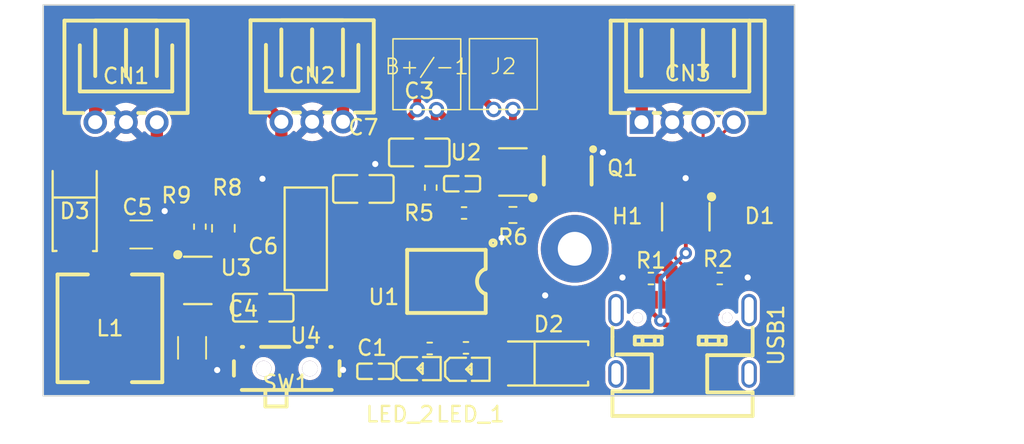
<source format=kicad_pcb>
(kicad_pcb (version 20240108) (generator "pcbnew") (generator_version "8.0")
  (layers (0 "F.Cu" signal) (31 "B.Cu" signal) (34 "B.Paste" user) (35 "F.Paste" user) (36 "B.SilkS" user "B.Silkscreen") (37 "F.SilkS" user "F.Silkscreen") (38 "B.Mask" user) (39 "F.Mask" user) (44 "Edge.Cuts" user))
  (net 0 "")
  (net 1 "GND")
  (net 2 "/VBATT")
  (net 3 "Net-(D2-K)")
  (net 4 "+5V")
  (net 5 "Net-(USB1-CC1)")
  (net 6 "Net-(USB1-CC2)")
  (net 9 "+3.3V")
  (net 10 "Data_+")
  (net 11 "Data_-")
  (net 12 "Net-(D1-VBUS)")
  (net 13 "Net-(D3-A)")
  (net 14 "Net-(LED_1-K)")
  (net 15 "Net-(U1-BAT)")
  (net 16 "Net-(Q1-G1)")
  (net 18 "Net-(Q1-G2)")
  (net 20 "Net-(U1-~{CHRG})")
  (net 21 "Net-(U1-~{STDBY})")
  (net 22 "Net-(U1-PROG)")
  (net 23 "Net-(U2-VM)")
  (net 24 "Net-(U3-FB)")
  (net 29 "Net-(U2-VCC)")
  (net 30 "Net-(Q1-S2)")
  (net 31 "Net-(LED_2-K)")
  (footprint "global:CONN-TH_PH-3AW" (layer "F.Cu") (at 145.430909 92.750547 180)
    (property "Reference" "CN2" (at 0 3 0) (layer "F.SilkS"))
    (property "Value" "PH-3AW_C722773")
    (pad "1" thru_hole circle (at 2 0) (size 1.52 1.52) (drill 0.9144) (layers "*.Cu" "*.Mask") (net 9 "+3.3V"))
    (pad "2" thru_hole circle (at 0 0) (size 1.52 1.52) (drill 0.9144) (layers "*.Cu" "*.Mask") (net 1 "GND"))
    (pad "3" thru_hole circle (at -2 0) (size 1.52 1.52) (drill 0.9144) (layers "*.Cu" "*.Mask") (net 4 "+5V"))
  )
  (footprint "global:C0402" (layer "F.Cu") (at 149.532 108.966 180)
    (property "Reference" "C1" (at 0.212 1.524 180) (layer "F.SilkS"))
    (property "Value" "100nF")
    (pad "1" smd rect (at -0.55 0 180) (size 0.79 0.54) (layers "F.Cu" "F.Paste" "F.Mask") (net 3 "Net-(D2-K)"))
    (pad "2" smd rect (at 0.55 0 180) (size 0.79 0.54) (layers "F.Cu" "F.Paste" "F.Mask") (net 1 "GND"))
  )
  (footprint "Capacitor_SMD:C_1206_3216Metric" (layer "F.Cu") (at 134.334 100.076 180)
    (property "Reference" "C5" (at 0.254 1.778 180) (layer "F.SilkS"))
    (property "Value" "22uF")
    (pad "1" smd roundrect (at -1.475 0 180) (size 1.15 1.8) (layers "F.Cu" "F.Paste" "F.Mask") (roundrect_rratio 0.217391) (net 1 "GND"))
    (pad "2" smd roundrect (at 1.475 0 180) (size 1.15 1.8) (layers "F.Cu" "F.Paste" "F.Mask") (roundrect_rratio 0.217391) (net 4 "+5V"))
  )
  (footprint "MountingHole:MountingHole_2.2mm_M2_Pad_TopBottom" (layer "F.Cu") (at 162.476 101.004)
    (property "Reference" "H1" (at 3.41 -2.11 0) (layer "F.SilkS"))
    (property "Value" "MountingHole")
    (pad "1" thru_hole circle (at 0 0) (size 2.6 2.6) (drill 2.2) (layers "*.Cu" "*.Mask"))
    (pad "1" connect circle (at 0 0) (size 4.4 4.4) (layers "F.Cu" "F.Mask"))
    (pad "1" connect circle (at 0 0) (size 4.4 4.4) (layers "B.Cu" "B.Mask"))
  )
  (footprint "global:USB-C-SMD_TYPE-C-16P-1" (layer "F.Cu") (at 169.47488 106.72738)
    (property "Reference" "USB1" (at 6.073038 -0.11232 90) (layer "F.SilkS"))
    (property "Value" "USB-C Connector")
    (pad "" thru_hole circle (at -2.9 -1.24) (size 0.65 0.65) (drill 0.65) (layers "*.Cu" "*.Mask"))
    (pad "" thru_hole circle (at 2.9 -1.25) (size 0.65 0.65) (drill 0.65) (layers "*.Cu" "*.Mask"))
    (pad "A1B12" smd rect (at -3.2 -2.41) (size 0.6 1.15) (layers "F.Cu" "F.Paste" "F.Mask") (net 1 "GND"))
    (pad "A4B9" smd rect (at -2.4 -2.41) (size 0.6 1.15) (layers "F.Cu" "F.Paste" "F.Mask") (net 12 "Net-(D1-VBUS)"))
    (pad "A5" smd rect (at -1.25 -2.41) (size 0.3 1.15) (layers "F.Cu" "F.Paste" "F.Mask") (net 5 "Net-(USB1-CC1)"))
    (pad "A6" smd rect (at -0.25 -2.41) (size 0.3 1.15) (layers "F.Cu" "F.Paste" "F.Mask") (net 10 "Data_+"))
    (pad "A7" smd rect (at 0.25 -2.41) (size 0.3 1.15) (layers "F.Cu" "F.Paste" "F.Mask") (net 11 "Data_-"))
    (pad "A8" smd rect (at 1.25 -2.41) (size 0.3 1.15) (layers "F.Cu" "F.Paste" "F.Mask"))
    (pad "B1A12" smd rect (at 3.2 -2.41) (size 0.6 1.15) (layers "F.Cu" "F.Paste" "F.Mask") (net 1 "GND"))
    (pad "B4A9" smd rect (at 2.4 -2.41) (size 0.6 1.15) (layers "F.Cu" "F.Paste" "F.Mask") (net 12 "Net-(D1-VBUS)"))
    (pad "B5" smd rect (at 1.75 -2.41) (size 0.3 1.15) (layers "F.Cu" "F.Paste" "F.Mask") (net 6 "Net-(USB1-CC2)"))
    (pad "B6" smd rect (at 0.75 -2.41) (size 0.3 1.15) (layers "F.Cu" "F.Paste" "F.Mask") (net 10 "Data_+"))
    (pad "B7" smd rect (at -0.75 -2.41) (size 0.3 1.15) (layers "F.Cu" "F.Paste" "F.Mask") (net 11 "Data_-"))
    (pad "B8" smd rect (at -1.75 -2.41) (size 0.3 1.15) (layers "F.Cu" "F.Paste" "F.Mask"))
    (pad "EP" thru_hole oval (at -4.32 -1.74) (size 1 2.1) (drill oval 0.599999 1.699997) (layers "*.Cu" "*.Mask"))
    (pad "EP" thru_hole oval (at -4.32 2.41) (size 1 1.8) (drill oval 0.599999 1.399997) (layers "*.Cu" "*.Mask"))
    (pad "EP" thru_hole oval (at 4.32 -1.74) (size 1 2.1) (drill oval 0.599999 1.699997) (layers "*.Cu" "*.Mask"))
    (pad "EP" thru_hole oval (at 4.32 2.41) (size 1 1.8) (drill oval 0.599999 1.399997) (layers "*.Cu" "*.Mask"))
  )
  (footprint "global:IND-SMD_L7.0-W6.8" (layer "F.Cu") (at 132.302 106.172 -90)
    (property "Reference" "L1" (at 0 0 180) (layer "F.SilkS"))
    (property "Value" "22uH Inductor")
    (pad "1" smd rect (at 3.05 0 270) (size 1.9 2.4) (layers "F.Cu" "F.Paste" "F.Mask") (net 2 "/VBATT"))
    (pad "2" smd rect (at -3.05 0 270) (size 1.9 2.4) (layers "F.Cu" "F.Paste" "F.Mask") (net 13 "Net-(D3-A)"))
  )
  (footprint "global:CONN-TH_PH-3AW" (layer "F.Cu") (at 133.35 92.77738 180)
    (property "Reference" "CN1" (at 0 3 0) (layer "F.SilkS"))
    (property "Value" "PH-3AW_C722773")
    (pad "1" thru_hole circle (at 2 0) (size 1.52 1.52) (drill 0.9144) (layers "*.Cu" "*.Mask") (net 9 "+3.3V"))
    (pad "2" thru_hole circle (at 0 0) (size 1.52 1.52) (drill 0.9144) (layers "*.Cu" "*.Mask") (net 1 "GND"))
    (pad "3" thru_hole circle (at -2 0) (size 1.52 1.52) (drill 0.9144) (layers "*.Cu" "*.Mask") (net 4 "+5V"))
  )
  (footprint "global:ESOP-8_L4.9-W3.9-P1.27-LS6.0-BL-EP" (layer "F.Cu") (at 154.146 103.124 180)
    (property "Reference" "U1" (at 4.064 -1.016 180) (layer "F.SilkS"))
    (property "Value" "TP4056")
    (pad "1" smd rect (at -1.91 2.91 180) (size 0.6 1.2) (layers "F.Cu" "F.Paste" "F.Mask") (net 1 "GND"))
    (pad "2" smd rect (at -0.64 2.91 180) (size 0.6 1.2) (layers "F.Cu" "F.Paste" "F.Mask") (net 22 "Net-(U1-PROG)"))
    (pad "3" smd rect (at 0.64 2.91 180) (size 0.6 1.2) (layers "F.Cu" "F.Paste" "F.Mask") (net 1 "GND"))
    (pad "4" smd rect (at 1.91 2.91 180) (size 0.6 1.2) (layers "F.Cu" "F.Paste" "F.Mask") (net 3 "Net-(D2-K)"))
    (pad "5" smd rect (at 1.91 -2.91 180) (size 0.6 1.2) (layers "F.Cu" "F.Paste" "F.Mask") (net 15 "Net-(U1-BAT)"))
    (pad "6" smd rect (at 0.64 -2.91 180) (size 0.6 1.2) (layers "F.Cu" "F.Paste" "F.Mask") (net 21 "Net-(U1-~{STDBY})"))
    (pad "7" smd rect (at -0.64 -2.91 180) (size 0.6 1.2) (layers "F.Cu" "F.Paste" "F.Mask") (net 20 "Net-(U1-~{CHRG})"))
    (pad "8" smd rect (at -1.91 -2.91 180) (size 0.6 1.2) (layers "F.Cu" "F.Paste" "F.Mask") (net 3 "Net-(D2-K)"))
    (pad "9" smd rect (at 0 0) (size 3.3 2.4) (layers "F.Cu" "F.Paste" "F.Mask"))
  )
  (footprint "global:CONN-TH_GH 1x2P 1.25mm" (layer "F.Cu") (at 157.839 89.648)
    (property "Reference" "J2" (at 0 -0.5 0) (layer "F.SilkS") (effects (font (thickness 0.1))))
    (property "Value" "GH-2AW R")
    (pad "1" thru_hole circle (at -0.625 2.3) (size 1 1) (drill 0.6) (layers "*.Cu" "*.Mask") (net 15 "Net-(U1-BAT)"))
    (pad "2" thru_hole circle (at 0.625 2.3) (size 1 1) (drill 0.6) (layers "*.Cu" "*.Mask") (net 30 "Net-(Q1-S2)"))
  )
  (footprint "Resistor_SMD:R_0402_1005Metric" (layer "F.Cu") (at 155.291 98.679)
    (property "Reference" "R5" (at -2.923 0 180) (layer "F.SilkS"))
    (property "Value" "1.2k")
    (pad "1" smd roundrect (at -0.51 0) (size 0.54 0.64) (layers "F.Cu" "F.Paste" "F.Mask") (net 22 "Net-(U1-PROG)"))
    (pad "2" smd roundrect (at 0.51 0) (size 0.54 0.64) (layers "F.Cu" "F.Paste" "F.Mask") (net 1 "GND"))
  )
  (footprint "global:SOT-223-4_L6.5-W3.5-P2.30-LS7.0-BR" (layer "F.Cu") (at 145.016 100.354 180)
    (property "Reference" "U4" (at 0 -6.3 180) (layer "F.SilkS"))
    (property "Value" "LDL1117S33R")
    (pad "1" smd rect (at 2.83 2.3 180) (size 2.47 0.98) (layers "F.Cu" "F.Paste" "F.Mask") (net 1 "GND"))
    (pad "2" smd rect (at 2.83 0 180) (size 2.47 0.98) (layers "F.Cu" "F.Paste" "F.Mask") (net 9 "+3.3V"))
    (pad "3" smd rect (at 2.83 -2.3 180) (size 2.47 0.98) (layers "F.Cu" "F.Paste" "F.Mask") (net 2 "/VBATT"))
    (pad "4" smd rect (at -2.83 0 180) (size 2.47 3.6) (layers "F.Cu" "F.Paste" "F.Mask") (net 9 "+3.3V"))
  )
  (footprint "global:SOT-23-6_L2.9-W1.6-P0.95-LS2.8-BR" (layer "F.Cu") (at 162.02 95.932 90)
    (property "Reference" "Q1" (at 0.174 3.556 180) (layer "F.SilkS"))
    (property "Value" "FS8205A")
    (pad "1" smd rect (at 1.35 0.95 90) (size 1.1 0.6) (layers "F.Cu" "F.Paste" "F.Mask") (net 1 "GND"))
    (pad "2" smd rect (at 1.35 0 90) (size 1.1 0.6) (layers "F.Cu" "F.Paste" "F.Mask"))
    (pad "3" smd rect (at 1.35 -0.95 90) (size 1.1 0.6) (layers "F.Cu" "F.Paste" "F.Mask") (net 30 "Net-(Q1-S2)"))
    (pad "4" smd rect (at -1.35 -0.95 90) (size 1.1 0.6) (layers "F.Cu" "F.Paste" "F.Mask") (net 18 "Net-(Q1-G2)"))
    (pad "5" smd rect (at -1.35 0 90) (size 1.1 0.6) (layers "F.Cu" "F.Paste" "F.Mask"))
    (pad "6" smd rect (at -1.35 0.95 90) (size 1.1 0.6) (layers "F.Cu" "F.Paste" "F.Mask") (net 16 "Net-(Q1-G1)"))
  )
  (footprint "global:CONN-TH_PH-4AW_C722777" (layer "F.Cu") (at 169.80988 92.77738 180)
    (property "Reference" "CN3" (at 0 3.175 0) (layer "F.SilkS"))
    (property "Value" "PH-4AW_C722777")
    (pad "1" thru_hole rect (at 3 0) (size 1.52 1.52) (drill 0.9144) (layers "*.Cu" "*.Mask") (net 9 "+3.3V"))
    (pad "2" thru_hole circle (at 1 0) (size 1.52 1.52) (drill 0.9144) (layers "*.Cu" "*.Mask") (net 1 "GND"))
    (pad "3" thru_hole circle (at -1 0) (size 1.52 1.52) (drill 0.9144) (layers "*.Cu" "*.Mask") (net 11 "Data_-"))
    (pad "4" thru_hole circle (at -3 0) (size 1.52 1.52) (drill 0.9144) (layers "*.Cu" "*.Mask") (net 10 "Data_+"))
  )
  (footprint "Capacitor_SMD:C_1206_3216Metric" (layer "F.Cu") (at 137.636 107.442 90)
    (property "Reference" "C4" (at 2.54 3.302 0) (layer "F.SilkS"))
    (property "Value" "22uF")
    (pad "1" smd roundrect (at -1.475 0 90) (size 1.15 1.8) (layers "F.Cu" "F.Paste" "F.Mask") (roundrect_rratio 0.217391) (net 1 "GND"))
    (pad "2" smd roundrect (at 1.475 0 90) (size 1.15 1.8) (layers "F.Cu" "F.Paste" "F.Mask") (roundrect_rratio 0.217391) (net 2 "/VBATT"))
  )
  (footprint "global:C0805" (layer "F.Cu") (at 148.756 97.114)
    (property "Reference" "C7" (at 0 -4 0) (layer "F.SilkS"))
    (property "Value" "4.7uF")
    (pad "1" smd rect (at -1 0) (size 1.41 1.35) (layers "F.Cu" "F.Paste" "F.Mask") (net 9 "+3.3V"))
    (pad "2" smd rect (at 1 0) (size 1.41 1.35) (layers "F.Cu" "F.Paste" "F.Mask") (net 1 "GND"))
  )
  (footprint "global:C0402" (layer "F.Cu") (at 155.162 96.774 180)
    (property "Reference" "C2" (hide yes))
    (property "Value" "100nF")
    (pad "1" smd rect (at -0.55 0 180) (size 0.79 0.54) (layers "F.Cu" "F.Paste" "F.Mask") (net 30 "Net-(Q1-S2)"))
    (pad "2" smd rect (at 0.55 0 180) (size 0.79 0.54) (layers "F.Cu" "F.Paste" "F.Mask") (net 29 "Net-(U2-VCC)"))
  )
  (footprint "global:SOT-23-6_L2.9-W1.6-P0.95-LS2.8-BL" (layer "F.Cu") (at 138.01 103.058 -90)
    (property "Reference" "U3" (at -0.824 -2.476 180) (layer "F.SilkS"))
    (property "Value" "MT3608")
    (pad "1" smd rect (at -0.95 1.15 270) (size 0.53 1.07) (layers "F.Cu" "F.Paste" "F.Mask") (net 13 "Net-(D3-A)"))
    (pad "2" smd rect (at 0 1.15 270) (size 0.53 1.07) (layers "F.Cu" "F.Paste" "F.Mask") (net 1 "GND"))
    (pad "3" smd rect (at 0.95 1.15 270) (size 0.53 1.07) (layers "F.Cu" "F.Paste" "F.Mask") (net 24 "Net-(U3-FB)"))
    (pad "4" smd rect (at 0.95 -1.15 270) (size 0.53 1.07) (layers "F.Cu" "F.Paste" "F.Mask") (net 2 "/VBATT"))
    (pad "5" smd rect (at 0 -1.15 270) (size 0.53 1.07) (layers "F.Cu" "F.Paste" "F.Mask") (net 2 "/VBATT"))
    (pad "6" smd rect (at -0.95 -1.15 270) (size 0.53 1.07) (layers "F.Cu" "F.Paste" "F.Mask"))
  )
  (footprint "global:LED0603-RD_RED" (layer "F.Cu") (at 152.384819 108.802101)
    (property "Reference" "LED_2" (at -1.254819 2.957899 180) (layer "F.SilkS"))
    (property "Value" "RED")
    (pad "1" smd rect (at -0.8 0 90) (size 0.8 0.8) (layers "F.Cu" "F.Paste" "F.Mask") (net 31 "Net-(LED_2-K)"))
    (pad "2" smd rect (at 0.8 0 90) (size 0.8 0.8) (layers "F.Cu" "F.Paste" "F.Mask") (net 3 "Net-(D2-K)"))
  )
  (footprint "Resistor_SMD:R_0402_1005Metric" (layer "F.Cu") (at 138.144 99.568 90)
    (property "Reference" "R9" (at 2.032 -1.524 180) (layer "F.SilkS"))
    (property "Value" "15k")
    (pad "1" smd roundrect (at -0.51 0 90) (size 0.54 0.64) (layers "F.Cu" "F.Paste" "F.Mask") (net 24 "Net-(U3-FB)"))
    (pad "2" smd roundrect (at 0.51 0 90) (size 0.54 0.64) (layers "F.Cu" "F.Paste" "F.Mask") (net 1 "GND"))
  )
  (footprint "global:SOT-23-6_L2.9-W1.6-P0.95-LS2.8-BL" (layer "F.Cu") (at 169.686 98.924 180)
    (property "Reference" "D1" (at -4.79 0.05 0) (layer "F.SilkS"))
    (property "Value" "USBLC6-2SC6_C2827654")
    (pad "1" smd rect (at -0.95 1.15 180) (size 0.53 1.07) (layers "F.Cu" "F.Paste" "F.Mask") (net 10 "Data_+"))
    (pad "2" smd rect (at 0 1.15 180) (size 0.53 1.07) (layers "F.Cu" "F.Paste" "F.Mask") (net 1 "GND"))
    (pad "3" smd rect (at 0.95 1.15 180) (size 0.53 1.07) (layers "F.Cu" "F.Paste" "F.Mask") (net 11 "Data_-"))
    (pad "4" smd rect (at 0.95 -1.15 180) (size 0.53 1.07) (layers "F.Cu" "F.Paste" "F.Mask") (net 11 "Data_-"))
    (pad "5" smd rect (at 0 -1.15 180) (size 0.53 1.07) (layers "F.Cu" "F.Paste" "F.Mask") (net 12 "Net-(D1-VBUS)"))
    (pad "6" smd rect (at -0.95 -1.15 180) (size 0.53 1.07) (layers "F.Cu" "F.Paste" "F.Mask") (net 10 "Data_+"))
  )
  (footprint "global:SW-SMD_SS-1290" (layer "F.Cu") (at 143.782112 108.458 180)
    (property "Reference" "SW1" (at 0.050112 -1.27 180) (layer "F.SilkS"))
    (property "Value" "On/Off Switch")
    (pad "" thru_hole circle (at -1.5 -0.33 180) (size 1 1) (drill 1) (layers "*.Cu" "*.Mask"))
    (pad "" thru_hole circle (at 1.5 -0.33 180) (size 1 1) (drill 1) (layers "*.Cu" "*.Mask"))
    (pad "1" smd rect (at -2.25 1.42 180) (size 0.7 1.8) (layers "F.Cu" "F.Paste" "F.Mask"))
    (pad "2" smd rect (at -0.75 1.42 180) (size 0.7 1.8) (layers "F.Cu" "F.Paste" "F.Mask") (net 15 "Net-(U1-BAT)"))
    (pad "3" smd rect (at 2.25 1.42 180) (size 0.7 1.8) (layers "F.Cu" "F.Paste" "F.Mask") (net 2 "/VBATT"))
    (pad "4" smd rect (at -3.65 0.77 270) (size 0.8 1) (layers "F.Cu" "F.Paste" "F.Mask") (net 1 "GND"))
    (pad "5" smd rect (at -3.65 -1.42 270) (size 0.8 1) (layers "F.Cu" "F.Paste" "F.Mask") (net 1 "GND"))
    (pad "6" smd rect (at 3.65 0.77 270) (size 0.8 1) (layers "F.Cu" "F.Paste" "F.Mask") (net 1 "GND"))
    (pad "7" smd rect (at 3.65 -1.42 270) (size 0.8 1) (layers "F.Cu" "F.Paste" "F.Mask") (net 1 "GND"))
  )
  (footprint "global:SMA_L4.3-W2.6-LS5.2-RD" (layer "F.Cu") (at 130.016 98.552 -90)
    (property "Reference" "D3" (at 0 0 180) (layer "F.SilkS"))
    (property "Value" "Schottkey Diode")
    (pad "1" smd rect (at -2.2 0 90) (size 2 2) (layers "F.Cu" "F.Paste" "F.Mask") (net 4 "+5V"))
    (pad "2" smd rect (at 2.2 0 90) (size 2 2) (layers "F.Cu" "F.Paste" "F.Mask") (net 13 "Net-(D3-A)"))
  )
  (footprint "Resistor_SMD:R_0402_1005Metric" (layer "F.Cu") (at 167.41988 102.93738)
    (property "Reference" "R1" (at 0 -1.17 0) (layer "F.SilkS"))
    (property "Value" "5.1k")
    (pad "1" smd roundrect (at -0.51 0) (size 0.54 0.64) (layers "F.Cu" "F.Paste" "F.Mask") (net 1 "GND"))
    (pad "2" smd roundrect (at 0.51 0) (size 0.54 0.64) (layers "F.Cu" "F.Paste" "F.Mask") (net 5 "Net-(USB1-CC1)"))
  )
  (footprint "global:SMA_L4.3-W2.6-LS5.2-RD" (layer "F.Cu") (at 160.75 108.458)
    (property "Reference" "D2" (at 0.035036 -2.548526 0) (layer "F.SilkS"))
    (property "Value" "Schottkey Diode")
    (pad "1" smd rect (at -2.2 0 180) (size 2 2) (layers "F.Cu" "F.Paste" "F.Mask") (net 3 "Net-(D2-K)"))
    (pad "2" smd rect (at 2.2 0 180) (size 2 2) (layers "F.Cu" "F.Paste" "F.Mask") (net 12 "Net-(D1-VBUS)"))
  )
  (footprint "Resistor_SMD:R_0603_1608Metric" (layer "F.Cu") (at 158.464 98.806 180)
    (property "Reference" "R6" (at 0 -1.43 0) (layer "F.SilkS"))
    (property "Value" "1k")
    (pad "1" smd roundrect (at -0.825 0 180) (size 0.8 0.95) (layers "F.Cu" "F.Paste" "F.Mask") (net 23 "Net-(U2-VM)"))
    (pad "2" smd roundrect (at 0.825 0 180) (size 0.8 0.95) (layers "F.Cu" "F.Paste" "F.Mask") (net 1 "GND"))
  )
  (footprint "global:LED0603-RD_RED" (layer "F.Cu") (at 155.555816 108.845419)
    (property "Reference" "LED_1" (at 0.146184 2.914581 180) (layer "F.SilkS"))
    (property "Value" "RED")
    (pad "1" smd rect (at -0.8 0 90) (size 0.8 0.8) (layers "F.Cu" "F.Paste" "F.Mask") (net 14 "Net-(LED_1-K)"))
    (pad "2" smd rect (at 0.8 0 90) (size 0.8 0.8) (layers "F.Cu" "F.Paste" "F.Mask") (net 3 "Net-(D2-K)"))
  )
  (footprint "global:C0805" (layer "F.Cu") (at 142.256 104.834)
    (property "Reference" "C6" (at 0 -4 0) (layer "F.SilkS"))
    (property "Value" "1uF")
    (pad "1" smd rect (at -1 0) (size 1.41 1.35) (layers "F.Cu" "F.Paste" "F.Mask") (net 2 "/VBATT"))
    (pad "2" smd rect (at 1 0) (size 1.41 1.35) (layers "F.Cu" "F.Paste" "F.Mask") (net 1 "GND"))
  )
  (footprint "Resistor_SMD:R_0402_1005Metric" (layer "F.Cu") (at 155.414 107.442 180)
    (property "Reference" "R3" (hide yes))
    (property "Value" "1.2k")
    (pad "1" smd roundrect (at -0.51 0 180) (size 0.54 0.64) (layers "F.Cu" "F.Paste" "F.Mask") (net 20 "Net-(U1-~{CHRG})"))
    (pad "2" smd roundrect (at 0.51 0 180) (size 0.54 0.64) (layers "F.Cu" "F.Paste" "F.Mask") (net 14 "Net-(LED_1-K)"))
  )
  (footprint "global:CONN-TH_GH 1x2P 1.25mm" (layer "F.Cu") (at 152.876 89.662)
    (property "Reference" "B+/-1" (at 0 -0.5 0) (layer "F.SilkS") (effects (font (thickness 0.1))))
    (property "Value" "GH-2AW R")
    (pad "1" thru_hole circle (at -0.625 2.3) (size 1 1) (drill 0.6) (layers "*.Cu" "*.Mask") (net 15 "Net-(U1-BAT)"))
    (pad "2" thru_hole circle (at 0.625 2.3) (size 1 1) (drill 0.6) (layers "*.Cu" "*.Mask") (net 30 "Net-(Q1-S2)"))
  )
  (footprint "Resistor_SMD:R_0402_1005Metric" (layer "F.Cu") (at 171.88988 102.93738 180)
    (property "Reference" "R2" (at 0.125 1.27 0) (layer "F.SilkS"))
    (property "Value" "5.1k")
    (pad "1" smd roundrect (at -0.51 0 180) (size 0.54 0.64) (layers "F.Cu" "F.Paste" "F.Mask") (net 1 "GND"))
    (pad "2" smd roundrect (at 0.51 0 180) (size 0.54 0.64) (layers "F.Cu" "F.Paste" "F.Mask") (net 6 "Net-(USB1-CC2)"))
  )
  (footprint "Resistor_SMD:R_0805_2012Metric" (layer "F.Cu") (at 139.668 99.6715 -90)
    (property "Reference" "R8" (at -2.6435 -0.254 180) (layer "F.SilkS"))
    (property "Value" "110k")
    (pad "1" smd roundrect (at -0.9125 0 270) (size 1.025 1.4) (layers "F.Cu" "F.Paste" "F.Mask") (roundrect_rratio 0.243902) (net 4 "+5V"))
    (pad "2" smd roundrect (at 0.9125 0 270) (size 1.025 1.4) (layers "F.Cu" "F.Paste" "F.Mask") (roundrect_rratio 0.243902) (net 24 "Net-(U3-FB)"))
  )
  (footprint "Resistor_SMD:R_0402_1005Metric" (layer "F.Cu") (at 153.13 97.028 90)
    (property "Reference" "R7" (hide yes))
    (property "Value" "100")
    (pad "1" smd roundrect (at -0.51 0 90) (size 0.54 0.64) (layers "F.Cu" "F.Paste" "F.Mask") (net 29 "Net-(U2-VCC)"))
    (pad "2" smd roundrect (at 0.51 0 90) (size 0.54 0.64) (layers "F.Cu" "F.Paste" "F.Mask") (net 15 "Net-(U1-BAT)"))
  )
  (footprint "global:SOT-23-6_L2.9-W1.6-P0.95-LS2.8-BL" (layer "F.Cu") (at 158.464 96.012 90)
    (property "Reference" "U2" (at 1.27 -3.048 180) (layer "F.SilkS"))
    (property "Value" "DW01A")
    (pad "1" smd rect (at -0.95 1.15 90) (size 0.53 1.07) (layers "F.Cu" "F.Paste" "F.Mask") (net 18 "Net-(Q1-G2)"))
    (pad "2" smd rect (at 0 1.15 90) (size 0.53 1.07) (layers "F.Cu" "F.Paste" "F.Mask") (net 23 "Net-(U2-VM)"))
    (pad "3" smd rect (at 0.95 1.15 90) (size 0.53 1.07) (layers "F.Cu" "F.Paste" "F.Mask") (net 16 "Net-(Q1-G1)"))
    (pad "4" smd rect (at 0.95 -1.15 90) (size 0.53 1.07) (layers "F.Cu" "F.Paste" "F.Mask"))
    (pad "5" smd rect (at 0 -1.15 90) (size 0.53 1.07) (layers "F.Cu" "F.Paste" "F.Mask") (net 29 "Net-(U2-VCC)"))
    (pad "6" smd rect (at -0.95 -1.15 90) (size 0.53 1.07) (layers "F.Cu" "F.Paste" "F.Mask") (net 30 "Net-(Q1-S2)"))
  )
  (footprint "global:C0805" (layer "F.Cu") (at 152.384 94.742)
    (property "Reference" "C3" (at 0 -4 0) (layer "F.SilkS"))
    (property "Value" "10uF")
    (pad "1" smd rect (at -1 0) (size 1.41 1.35) (layers "F.Cu" "F.Paste" "F.Mask") (net 15 "Net-(U1-BAT)"))
    (pad "2" smd rect (at 1 0) (size 1.41 1.35) (layers "F.Cu" "F.Paste" "F.Mask") (net 30 "Net-(Q1-S2)"))
  )
  (footprint "Resistor_SMD:R_0402_1005Metric" (layer "F.Cu") (at 153.061477 107.481913 180)
    (property "Reference" "R4" (hide yes))
    (property "Value" "1.2k")
    (pad "1" smd roundrect (at -0.51 0 180) (size 0.54 0.64) (layers "F.Cu" "F.Paste" "F.Mask") (net 21 "Net-(U1-~{STDBY})"))
    (pad "2" smd roundrect (at 0.51 0 180) (size 0.54 0.64) (layers "F.Cu" "F.Paste" "F.Mask") (net 31 "Net-(LED_2-K)"))
  )
  (gr_rect (start 127.97288 85.15738) (end 176.74088 110.55738) (stroke (width 0.1)) (fill none) (layer "Edge.Cuts"))
  (segment (start 139.266 108.884) (end 139.299 108.917) (width 0.5) (layer "F.Cu") (net 1))
  (segment (start 166.90988 102.93738) (end 165.64338 102.93738) (width 0.25) (layer "F.Cu") (net 1))
  (segment (start 147.432112 108.870112) (end 147.436 108.874) (width 0.25) (layer "F.Cu") (net 1))
  (segment (start 165.64338 102.93738) (end 165.576 102.87) (width 0.25) (layer "F.Cu") (net 1))
  (segment (start 137.636 108.917) (end 139.233 108.917) (width 0.5) (layer "F.Cu") (net 1))
  (segment (start 139.299 108.917) (end 140.050519 108.917) (width 0.5) (layer "F.Cu") (net 1))
  (segment (start 149.756 95.724) (end 149.526 95.494) (width 0.5) (layer "F.Cu") (net 1))
  (segment (start 148.982 108.966) (end 147.432112 108.966) (width 0.25) (layer "F.Cu") (net 1))
  (segment (start 140.132112 108.835407) (end 140.136227 108.831292) (width 0.5) (layer "F.Cu") (net 1))
  (segment (start 137.638 98.552) (end 135.858 98.552) (width 0.5) (layer "F.Cu") (net 1))
  (segment (start 149.756 97.114) (end 149.756 95.724) (width 0.5) (layer "F.Cu") (net 1))
  (segment (start 147.432112 108.912859) (end 147.425383 108.90613) (width 0.5) (layer "F.Cu") (net 1))
  (segment (start 172.67488 103.21238) (end 172.67488 104.31738) (width 0.25) (layer "F.Cu") (net 1))
  (segment (start 147.432112 108.877888) (end 147.432112 108.966) (width 0.25) (layer "F.Cu") (net 1))
  (segment (start 169.686 96.424) (end 169.676 96.414) (width 0.25) (layer "F.Cu") (net 1))
  (segment (start 147.432112 109.95769) (end 147.432112 108.966) (width 0.5) (layer "F.Cu") (net 1))
  (segment (start 172.39988 102.93738) (end 172.67488 103.21238) (width 0.25) (layer "F.Cu") (net 1))
  (segment (start 164.146 94.582) (end 164.306 94.742) (width 0.5) (layer "F.Cu") (net 1))
  (segment (start 135.809 98.601) (end 135.858 98.552) (width 0.5) (layer "F.Cu") (net 1))
  (segment (start 142.186 96.474) (end 142.206 96.454) (width 0.25) (layer "F.Cu") (net 1))
  (segment (start 139.233 108.917) (end 139.266 108.884) (width 0.5) (layer "F.Cu") (net 1))
  (segment (start 166.90988 102.93738) (end 166.27488 103.57238) (width 0.25) (layer "F.Cu") (net 1))
  (segment (start 162.97 94.582) (end 164.146 94.582) (width 0.5) (layer "F.Cu") (net 1))
  (segment (start 138.144 99.058) (end 137.638 98.552) (width 0.5) (layer "F.Cu") (net 1))
  (segment (start 168.37 93.21726) (end 168.80988 92.77738) (width 0.3) (layer "F.Cu") (net 1))
  (segment (start 140.132112 107.688) (end 140.132112 108.827177) (width 0.5) (layer "F.Cu") (net 1))
  (segment (start 140.050519 108.917) (end 140.132112 108.835407) (width 0.5) (layer "F.Cu") (net 1))
  (segment (start 147.436 108.874) (end 147.432112 108.877888) (width 0.25) (layer "F.Cu") (net 1))
  (segment (start 169.686 97.774) (end 169.686 96.424) (width 0.25) (layer "F.Cu") (net 1))
  (segment (start 147.425383 108.90613) (end 147.432112 108.899401) (width 0.5) (layer "F.Cu") (net 1))
  (segment (start 147.432112 108.966) (end 147.432112 108.912859) (width 0.5) (layer "F.Cu") (net 1))
  (segment (start 135.809 100.076) (end 135.809 98.601) (width 0.5) (layer "F.Cu") (net 1))
  (segment (start 166.27488 103.57238) (end 166.27488 104.31738) (width 0.25) (layer "F.Cu") (net 1))
  (segment (start 172.39988 102.93738) (end 173.63662 102.93738) (width 0.25) (layer "F.Cu") (net 1))
  (segment (start 142.186 98.054) (end 142.186 96.474) (width 0.25) (layer "F.Cu") (net 1))
  (segment (start 147.432112 108.899401) (end 147.432112 107.76769) (width 0.5) (layer "F.Cu") (net 1))
  (segment (start 173.63662 102.93738) (end 173.704 102.87) (width 0.25) (layer "F.Cu") (net 1))
  (segment (start 140.132112 108.827177) (end 140.136227 108.831292) (width 0.5) (layer "F.Cu") (net 1))
  (segment (start 147.432112 107.688) (end 147.432112 108.870112) (width 0.25) (layer "F.Cu") (net 1))
  (segment (start 140.132112 109.878) (end 140.132112 108.835407) (width 0.5) (layer "F.Cu") (net 1))
  (via (at 139.266 108.884) (size 0.8) (drill 0.4) (layers "F.Cu" "B.Cu") (net 1))
  (via (at 157.726 100.304) (size 0.8) (drill 0.4) (layers "F.Cu" "B.Cu") (net 1))
  (via (at 142.206 96.454) (size 0.8) (drill 0.4) (layers "F.Cu" "B.Cu") (net 1))
  (via (at 149.526 95.494) (size 0.8) (drill 0.4) (layers "F.Cu" "B.Cu") (net 1))
  (via (at 169.676 96.414) (size 0.8) (drill 0.4) (layers "F.Cu" "B.Cu") (net 1))
  (via (at 173.704 102.87) (size 0.8) (drill 0.4) (layers "F.Cu" "B.Cu") (net 1))
  (via (at 147.436 108.874) (size 0.8) (drill 0.4) (layers "F.Cu" "B.Cu") (net 1))
  (via (at 165.576 102.87) (size 0.8) (drill 0.4) (layers "F.Cu" "B.Cu") (net 1))
  (via (at 135.858 98.552) (size 0.8) (drill 0.4) (layers "F.Cu" "B.Cu") (net 1))
  (via (at 160.556 104.034) (size 0.8) (drill 0.4) (layers "F.Cu" "B.Cu") (net 1))
  (via (at 164.306 94.742) (size 0.8) (drill 0.4) (layers "F.Cu" "B.Cu") (net 1))
  (segment (start 141.256 104.834) (end 141.256 106.761888) (width 0.9) (layer "F.Cu") (net 2))
  (segment (start 139.16 104.008) (end 139.16 103.058) (width 0.9) (layer "F.Cu") (net 2))
  (segment (start 141.256 106.761888) (end 141.532112 107.038) (width 0.9) (layer "F.Cu") (net 2))
  (segment (start 142.186 102.654) (end 141.782 103.058) (width 0.9) (layer "F.Cu") (net 2))
  (segment (start 139.16 104.008) (end 140.43 104.008) (width 0.9) (layer "F.Cu") (net 2))
  (segment (start 142.186 102.654) (end 141.256 103.584) (width 0.9) (layer "F.Cu") (net 2))
  (segment (start 137.636 105.967) (end 134.381 109.222) (width 0.9) (layer "F.Cu") (net 2))
  (segment (start 141.256 104.834) (end 138.769 104.834) (width 0.9) (layer "F.Cu") (net 2))
  (segment (start 141.782 103.058) (end 139.16 103.058) (width 0.9) (layer "F.Cu") (net 2))
  (segment (start 141.256 103.584) (end 141.256 104.834) (width 0.9) (layer "F.Cu") (net 2))
  (segment (start 134.381 109.222) (end 132.302 109.222) (width 0.9) (layer "F.Cu") (net 2))
  (segment (start 140.43 104.008) (end 141.256 104.834) (width 0.9) (layer "F.Cu") (net 2))
  (segment (start 138.769 104.834) (end 137.636 105.967) (width 0.9) (layer "F.Cu") (net 2))
  (segment (start 156.743235 108.458) (end 156.355816 108.845419) (width 0.25) (layer "F.Cu") (net 3))
  (segment (start 154.146 109.570419) (end 150.686419 109.570419) (width 0.25) (layer "F.Cu") (net 3))
  (segment (start 152.756 101.264) (end 156.086291 101.264) (width 0.5) (layer "F.Cu") (net 3))
  (segment (start 158.55 108.458) (end 158.55 107.537709) (width 0.5) (layer "F.Cu") (net 3))
  (segment (start 156.595916 101.773625) (end 156.595916 105.583625) (width 0.5) (layer "F.Cu") (net 3))
  (segment (start 158.55 108.458) (end 157.437581 109.570419) (width 0.25) (layer "F.Cu") (net 3))
  (segment (start 150.686419 109.570419) (end 150.082 108.966) (width 0.25) (layer "F.Cu") (net 3))
  (segment (start 154.146 109.570419) (end 153.953137 109.570419) (width 0.25) (layer "F.Cu") (net 3))
  (segment (start 158.55 108.458) (end 156.743235 108.458) (width 0.25) (layer "F.Cu") (net 3))
  (segment (start 152.236 100.214) (end 152.236 100.744) (width 0.5) (layer "F.Cu") (net 3))
  (segment (start 153.953137 109.570419) (end 153.184819 108.802101) (width 0.25) (layer "F.Cu") (net 3))
  (segment (start 158.55 107.537709) (end 156.595916 105.583625) (width 0.5) (layer "F.Cu") (net 3))
  (segment (start 156.086291 101.264) (end 156.595916 101.773625) (width 0.5) (layer "F.Cu") (net 3))
  (segment (start 157.437581 109.570419) (end 154.146 109.570419) (width 0.25) (layer "F.Cu") (net 3))
  (segment (start 152.236 100.744) (end 152.756 101.264) (width 0.5) (layer "F.Cu") (net 3))
  (segment (start 156.595916 105.583625) (end 156.145541 106.034) (width 0.5) (layer "F.Cu") (net 3))
  (segment (start 144.54518 88.392) (end 147.430909 91.277728) (width 0.8) (layer "F.Cu") (net 4))
  (segment (start 147.430909 91.277728) (end 147.430909 92.750547) (width 0.8) (layer "F.Cu") (net 4))
  (segment (start 131.54 98.757) (end 132.859 100.076) (width 0.5) (layer "F.Cu") (net 4))
  (segment (start 132.676958 88.392) (end 144.54518 88.392) (width 0.8) (layer "F.Cu") (net 4))
  (segment (start 139.668 98.806) (end 137.214 96.352) (width 0.5) (layer "F.Cu") (net 4))
  (segment (start 130.016 96.352) (end 135.35 96.352) (width 0.8) (layer "F.Cu") (net 4))
  (segment (start 129.508 91.560958) (end 132.676958 88.392) (width 0.8) (layer "F.Cu") (net 4))
  (segment (start 135.35 96.352) (end 135.35 92.77738) (width 0.8) (layer "F.Cu") (net 4))
  (segment (start 137.261 96.352) (end 139.668 98.759) (width 0.8) (layer "F.Cu") (net 4))
  (segment (start 135.35 96.352) (end 137.261 96.352) (width 0.8) (layer "F.Cu") (net 4))
  (segment (start 131.54 96.438) (end 131.54 98.757) (width 0.5) (layer "F.Cu") (net 4))
  (segment (start 129.508 95.844) (end 129.508 91.560958) (width 0.8) (layer "F.Cu") (net 4))
  (segment (start 167.92988 102.93738) (end 168.22488 103.23238) (width 0.25) (layer "F.Cu") (net 5))
  (segment (start 168.22488 103.23238) (end 168.22488 104.31738) (width 0.25) (layer "F.Cu") (net 5))
  (segment (start 171.37988 102.93738) (end 171.22488 103.09238) (width 0.25) (layer "F.Cu") (net 6))
  (segment (start 171.22488 103.09238) (end 171.22488 104.31738) (width 0.25) (layer "F.Cu") (net 6))
  (segment (start 149.828 91.8225) (end 155.1065 86.544) (width 0.8) (layer "F.Cu") (net 9))
  (segment (start 143.306 100.354) (end 145.986 97.674) (width 1.2) (layer "F.Cu") (net 9))
  (segment (start 132.556 90.678) (end 141.358362 90.678) (width 0.8) (layer "F.Cu") (net 9))
  (segment (start 142.186 100.354) (end 147.846 100.354) (width 1.2) (layer "F.Cu") (net 9))
  (segment (start 132.556 90.678) (end 131.35 91.884) (width 0.8) (layer "F.Cu") (net 9))
  (segment (start 144.516 100.354) (end 146.851 98.019) (width 1.2) (layer "F.Cu") (net 9))
  (segment (start 147.846 100.354) (end 147.846 97.204) (width 1.2) (layer "F.Cu") (net 9))
  (segment (start 142.186 100.354) (end 143.306 100.354) (width 1.2) (layer "F.Cu") (net 9))
  (segment (start 147.206 100.354) (end 146.366 99.514) (width 1.2) (layer "F.Cu") (net 9))
  (segment (start 155.1065 86.544) (end 163.636 86.544) (width 0.8) (layer "F.Cu") (net 9))
  (segment (start 147.846 97.204) (end 147.756 97.114) (width 1.2) (layer "F.Cu") (net 9))
  (segment (start 131.35 91.884) (end 131.35 92.77738) (width 0.8) (layer "F.Cu") (net 9))
  (segment (start 145.776 97.114) (end 147.756 97.114) (width 0.8) (layer "F.Cu") (net 9))
  (segment (start 147.756 97.114) (end 147.756 95.036) (width 0.8) (layer "F.Cu") (net 9))
  (segment (start 147.756 95.036) (end 149.828 92.964) (width 0.8) (layer "F.Cu") (net 9))
  (segment (start 166.826 89.734) (end 166.826 92.76126) (width 0.8) (layer "F.Cu") (net 9))
  (segment (start 146.851 98.019) (end 147.846 99.014) (width 1.2) (layer "F.Cu") (net 9))
  (segment (start 143.430909 94.768909) (end 145.776 97.114) (width 0.8) (layer "F.Cu") (net 9))
  (segment (start 143.430909 92.750547) (end 143.430909 94.768909) (width 0.8) (layer "F.Cu") (net 9))
  (segment (start 163.636 86.544) (end 166.826 89.734) (width 0.8) (layer "F.Cu") (net 9))
  (segment (start 146.851 98.019) (end 147.756 97.114) (width 1.2) (layer "F.Cu") (net 9))
  (segment (start 149.828 92.964) (end 149.828 91.8225) (width 0.8) (layer "F.Cu") (net 9))
  (segment (start 143.430909 92.750547) (end 141.358362 90.678) (width 0.8) (layer "F.Cu") (net 9))
  (segment (start 142.186 100.354) (end 144.516 100.354) (width 1.2) (layer "F.Cu") (net 9))
  (segment (start 147.846 99.014) (end 147.846 100.354) (width 1.2) (layer "F.Cu") (net 9))
  (segment (start 169.911 102.4208) (end 170.22488 102.73468) (width 0.2) (layer "F.Cu") (net 10))
  (segment (start 170.636 100.876501) (end 170.386 101.126501) (width 0.2) (layer "F.Cu") (net 10))
  (segment (start 169.26438 105.19238) (end 169.22488 105.15288) (width 0.2) (layer "F.Cu") (net 10))
  (segment (start 170.22488 104.31738) (end 170.22488 105.14238) (width 0.2) (layer "F.Cu") (net 10))
  (segment (start 170.22488 102.73468) (end 170.22488 104.31738) (width 0.2) (layer "F.Cu") (net 10))
  (segment (start 170.386 101.57395) (end 169.911 102.04895) (width 0.2) (layer "F.Cu") (net 10))
  (segment (start 170.636 95.724) (end 170.636 97.774) (width 0.2) (layer "F.Cu") (net 10))
  (segment (start 169.911 102.04895) (end 169.911 102.4208) (width 0.2) (layer "F.Cu") (net 10))
  (segment (start 170.22488 105.14238) (end 170.17488 105.19238) (width 0.2) (layer "F.Cu") (net 10))
  (segment (start 170.17488 105.19238) (end 169.26438 105.19238) (width 0.2) (layer "F.Cu") (net 10))
  (segment (start 170.636 97.774) (end 170.636 100.074) (width 0.2) (layer "F.Cu") (net 10))
  (segment (start 170.646 95.714) (end 170.636 95.724) (width 0.2) (layer "F.Cu") (net 10))
  (segment (start 170.636 100.074) (end 170.636 100.876501) (width 0.2) (layer "F.Cu") (net 10))
  (segment (start 172.80988 92.77738) (end 170.646 94.94126) (width 0.2) (layer "F.Cu") (net 10))
  (segment (start 170.386 101.126501) (end 170.386 101.57395) (width 0.2) (layer "F.Cu") (net 10))
  (segment (start 170.646 94.94126) (end 170.646 95.714) (width 0.2) (layer "F.Cu") (net 10))
  (segment (start 169.22488 105.15288) (end 169.22488 104.31738) (width 0.2) (layer "F.Cu") (net 10))
  (segment (start 168.986 101.57395) (end 169.461 102.04895) (width 0.2) (layer "F.Cu") (net 11))
  (segment (start 168.736 100.876501) (end 168.986 101.126501) (width 0.2) (layer "F.Cu") (net 11))
  (segment (start 168.736 100.074) (end 168.736 100.876501) (width 0.2) (layer "F.Cu") (net 11))
  (segment (start 169.50488 103.434) (end 169.72488 103.654) (width 0.2) (layer "F.Cu") (net 11))
  (segment (start 169.461 102.71124) (end 169.72488 102.97512) (width 0.2) (layer "F.Cu") (net 11))
  (segment (start 168.736 96.971499) (end 168.736 97.774) (width 0.2) (layer "F.Cu") (net 11))
  (segment (start 169.72488 103.654) (end 169.72488 104.31738) (width 0.2) (layer "F.Cu") (net 11))
  (segment (start 168.986 101.126501) (end 168.986 101.57395) (width 0.2) (layer "F.Cu") (net 11))
  (segment (start 168.72488 104.31738) (end 168.72488 103.49238) (width 0.2) (layer "F.Cu") (net 11))
  (segment (start 168.976 96.731499) (end 168.736 96.971499) (width 0.2) (layer "F.Cu") (net 11))
  (segment (start 170.80988 92.77738) (end 170.80988 94.140983) (width 0.2) (layer "F.Cu") (net 11))
  (segment (start 170.80988 94.140983) (end 168.976 95.974863) (width 0.2) (layer "F.Cu") (net 11))
  (segment (start 169.461 102.04895) (end 169.461 102.71124) (width 0.2) (layer "F.Cu") (net 11))
  (segment (start 168.72488 103.49238) (end 168.78326 103.434) (width 0.2) (layer "F.Cu") (net 11))
  (segment (start 168.78326 103.434) (end 169.50488 103.434) (width 0.2) (layer "F.Cu") (net 11))
  (segment (start 168.736 97.774) (end 168.736 100.074) (width 0.2) (layer "F.Cu") (net 11))
  (segment (start 169.72488 102.97512) (end 169.72488 104.31738) (width 0.2) (layer "F.Cu") (net 11))
  (segment (start 168.976 95.974863) (end 168.976 96.731499) (width 0.2) (layer "F.Cu") (net 11))
  (segment (start 168.318 105.95238) (end 168.03281 105.66719) (width 0.3) (layer "F.Cu") (net 12))
  (segment (start 167.08188 107.83738) (end 164.782088 107.83738) (width 0.3) (layer "F.Cu") (net 12))
  (segment (start 164.782088 107.83738) (end 163.967088 108.65238) (width 0.3) (layer "F.Cu") (net 12))
  (segment (start 168.96688 105.95238) (end 168.318 105.95238) (width 0.3) (layer "F.Cu") (net 12))
  (segment (start 168.03281 105.66719) (end 167.608 105.24238) (width 0.3) (layer "F.Cu") (net 12))
  (segment (start 171.72488 104.46738) (end 171.87488 104.31738) (width 0.3) (layer "F.Cu") (net 12))
  (segment (start 168.96688 105.95238) (end 171.01488 105.95238) (width 0.3) (layer "F.Cu") (net 12))
  (segment (start 167.355185 105.24238) (end 167.07488 104.962075) (width 0.3) (layer "F.Cu") (net 12))
  (segment (start 168.96688 105.95238) (end 167.08188 107.83738) (width 0.3) (layer "F.Cu") (net 12))
  (segment (start 171.72488 105.24238) (end 171.72488 104.46738) (width 0.3) (layer "F.Cu") (net 12))
  (segment (start 169.686 100.074) (end 169.686 101.284) (width 0.25) (layer "F.Cu") (net 12))
  (segment (start 167.608 105.24238) (end 167.355185 105.24238) (width 0.3) (layer "F.Cu") (net 12))
  (segment (start 171.01488 105.95238) (end 171.72488 105.24238) (width 0.3) (layer "F.Cu") (net 12))
  (segment (start 167.07488 104.962075) (end 167.07488 104.31738) (width 0.3) (layer "F.Cu") (net 12))
  (via (at 168.03281 105.66719) (size 0.8) (drill 0.4) (layers "F.Cu" "B.Cu") (net 12))
  (via (at 169.686 101.284) (size 0.8) (drill 0.4) (layers "F.Cu" "B.Cu") (net 12))
  (segment (start 169.686 101.284) (end 168.03281 102.93719) (width 0.25) (layer "B.Cu") (net 12))
  (segment (start 168.03281 102.93719) (end 168.03281 105.66719) (width 0.25) (layer "B.Cu") (net 12))
  (segment (start 130.016 100.836) (end 132.302 103.122) (width 0.8) (layer "F.Cu") (net 13))
  (segment (start 133.316 102.108) (end 136.86 102.108) (width 0.8) (layer "F.Cu") (net 13))
  (segment (start 132.302 103.122) (end 133.316 102.108) (width 0.8) (layer "F.Cu") (net 13))
  (segment (start 154.755816 107.590184) (end 154.904 107.442) (width 0.25) (layer "F.Cu") (net 14))
  (segment (start 154.755816 108.845419) (end 154.755816 107.590184) (width 0.25) (layer "F.Cu") (net 14))
  (segment (start 152.251 91.962) (end 152.251 91.254894) (width 0.5) (layer "F.Cu") (net 15))
  (segment (start 155.436 90.17) (end 157.214 91.948) (width 0.5) (layer "F.Cu") (net 15))
  (segment (start 151.098 93.115) (end 152.251 91.962) (width 0.5) (layer "F.Cu") (net 15))
  (segment (start 146.124112 104.896) (end 151.098 104.896) (width 0.5) (layer "F.Cu") (net 15))
  (segment (start 151.098 104.896) (end 151.098 93.115) (width 0.5) (layer "F.Cu") (net 15))
  (segment (start 152.251 91.254894) (end 153.335894 90.17) (width 0.5) (layer "F.Cu") (net 15))
  (segment (start 144.532112 106.488) (end 146.124112 104.896) (width 0.5) (layer "F.Cu") (net 15))
  (segment (start 153.335894 90.17) (end 155.436 90.17) (width 0.5) (layer "F.Cu") (net 15))
  (segment (start 151.384 94.772) (end 153.13 96.518) (width 0.5) (layer "F.Cu") (net 15))
  (segment (start 152.236 106.034) (end 151.098 104.896) (width 0.5) (layer "F.Cu") (net 15))
  (segment (start 161.254 96.266) (end 162.528 96.266) (width 0.3) (layer "F.Cu") (net 16))
  (segment (start 159.614 95.062) (end 160.05 95.062) (width 0.3) (layer "F.Cu") (net 16))
  (segment (start 160.05 95.062) (end 161.254 96.266) (width 0.3) (layer "F.Cu") (net 16))
  (segment (start 162.97 96.708) (end 162.97 97.282) (width 0.3) (layer "F.Cu") (net 16))
  (segment (start 162.528 96.266) (end 162.97 96.708) (width 0.3) (layer "F.Cu") (net 16))
  (segment (start 159.614 96.962) (end 160.75 96.962) (width 0.5) (layer "F.Cu") (net 18))
  (segment (start 160.75 96.962) (end 161.07 97.282) (width 0.5) (layer "F.Cu") (net 18))
  (segment (start 155.924 107.442) (end 154.786 106.304) (width 0.25) (layer "F.Cu") (net 20))
  (segment (start 153.571477 107.481913) (end 153.571477 106.099477) (width 0.25) (layer "F.Cu") (net 21))
  (segment (start 154.786 100.214) (end 154.786 98.611941) (width 0.5) (layer "F.Cu") (net 22))
  (segment (start 158.754 98.271) (end 159.289 98.806) (width 0.25) (layer "F.Cu") (net 23))
  (segment (start 158.754 96.087) (end 158.754 98.271) (width 0.25) (layer "F.Cu") (net 23))
  (segment (start 159.614 96.012) (end 158.829 96.012) (width 0.25) (layer "F.Cu") (net 23))
  (segment (start 158.829 96.012) (end 158.754 96.087) (width 0.25) (layer "F.Cu") (net 23))
  (segment (start 136.86 104.008) (end 137.61 104.008) (width 0.5) (layer "F.Cu") (net 24))
  (segment (start 138.144 103.474) (end 138.144 101.092) (width 0.5) (layer "F.Cu") (net 24))
  (segment (start 138.144 101.092) (end 139.3105 101.092) (width 0.5) (layer "F.Cu") (net 24))
  (segment (start 137.61 104.008) (end 138.144 103.474) (width 0.5) (layer "F.Cu") (net 24))
  (segment (start 139.3105 101.092) (end 139.668 100.7345) (width 0.5) (layer "F.Cu") (net 24))
  (segment (start 138.144 101.092) (end 138.144 100.2265) (width 0.5) (layer "F.Cu") (net 24))
  (segment (start 153.13 97.538) (end 153.848 97.538) (width 0.5) (layer "F.Cu") (net 29))
  (segment (start 154.909 96.012) (end 157.314 96.012) (width 0.5) (layer "F.Cu") (net 29))
  (segment (start 154.612 96.309) (end 154.909 96.012) (width 0.5) (layer "F.Cu") (net 29))
  (segment (start 154.612 96.774) (end 154.612 96.309) (width 0.5) (layer "F.Cu") (net 29))
  (segment (start 153.848 97.538) (end 154.612 96.774) (width 0.5) (layer "F.Cu") (net 29))
  (segment (start 158.464 92.655106) (end 158.464 91.948) (width 0.5) (layer "F.Cu") (net 30))
  (segment (start 157.901106 93.218) (end 158.464 92.655106) (width 0.5) (layer "F.Cu") (net 30))
  (segment (start 153.501 91.962) (end 153.384 92.079) (width 0.5) (layer "F.Cu") (net 30))
  (segment (start 158.846 94.347) (end 160.835 94.347) (width 0.5) (layer "F.Cu") (net 30))
  (segment (start 157.314 96.962) (end 158.178 96.962) (width 0.25) (layer "F.Cu") (net 30))
  (segment (start 157.901106 94.292106) (end 157.956 94.347) (width 0.5) (layer "F.Cu") (net 30))
  (segment (start 157.956 94.347) (end 158.846 94.347) (width 0.5) (layer "F.Cu") (net 30))
  (segment (start 153.384 92.079) (end 153.384 94.742) (width 0.5) (layer "F.Cu") (net 30))
  (segment (start 154.757 93.218) (end 157.901106 93.218) (width 0.5) (layer "F.Cu") (net 30))
  (segment (start 158.178 95.015) (end 158.846 94.347) (width 0.25) (layer "F.Cu") (net 30))
  (segment (start 153.779 94.347) (end 157.956 94.347) (width 0.5) (layer "F.Cu") (net 30))
  (segment (start 153.501 91.962) (end 154.757 93.218) (width 0.5) (layer "F.Cu") (net 30))
  (segment (start 157.126 96.774) (end 157.314 96.962) (width 0.5) (layer "F.Cu") (net 30))
  (segment (start 158.178 96.962) (end 158.178 95.015) (width 0.25) (layer "F.Cu") (net 30))
  (segment (start 160.835 94.347) (end 161.07 94.582) (width 0.5) (layer "F.Cu") (net 30))
  (segment (start 157.901106 93.218) (end 157.901106 94.292106) (width 0.5) (layer "F.Cu") (net 30))
  (segment (start 155.712 96.774) (end 157.126 96.774) (width 0.5) (layer "F.Cu") (net 30))
  (segment (start 151.584819 108.448571) (end 152.551477 107.481913) (width 0.25) (layer "F.Cu") (net 31))
  (segment (start 151.584819 108.802101) (end 151.584819 108.448571) (width 0.25) (layer "F.Cu") (net 31))
  (zone (net 1) (net_name "GND") (layers "F&B.Cu") (priority 3) (connect_pads (clearance 0)) (min_thickness 0.25) (fill yes (thermal_gap 0.5) (thermal_bridge_width 0.5))
    (polygon (pts (xy 127.73 84.836) (xy 177.006 84.836) (xy 177.006 110.998) (xy 127.984 110.744) (xy 127.73 102.616)))
  )
)
</source>
